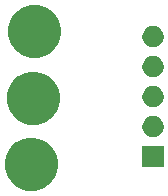
<source format=gbs>
G04 #@! TF.GenerationSoftware,KiCad,Pcbnew,(5.1.5)-3*
G04 #@! TF.CreationDate,2020-05-09T18:25:30-04:00*
G04 #@! TF.ProjectId,motor_arm,6d6f746f-725f-4617-926d-2e6b69636164,rev?*
G04 #@! TF.SameCoordinates,Original*
G04 #@! TF.FileFunction,Soldermask,Bot*
G04 #@! TF.FilePolarity,Negative*
%FSLAX46Y46*%
G04 Gerber Fmt 4.6, Leading zero omitted, Abs format (unit mm)*
G04 Created by KiCad (PCBNEW (5.1.5)-3) date 2020-05-09 18:25:30*
%MOMM*%
%LPD*%
G04 APERTURE LIST*
%ADD10C,0.100000*%
G04 APERTURE END LIST*
D10*
G36*
X48235880Y-69579776D02*
G01*
X48616593Y-69655504D01*
X49026249Y-69825189D01*
X49394929Y-70071534D01*
X49708466Y-70385071D01*
X49954811Y-70753751D01*
X50124496Y-71163407D01*
X50211000Y-71598296D01*
X50211000Y-72041704D01*
X50124496Y-72476593D01*
X49954811Y-72886249D01*
X49708466Y-73254929D01*
X49394929Y-73568466D01*
X49026249Y-73814811D01*
X48616593Y-73984496D01*
X48235880Y-74060224D01*
X48181705Y-74071000D01*
X47738295Y-74071000D01*
X47684120Y-74060224D01*
X47303407Y-73984496D01*
X46893751Y-73814811D01*
X46525071Y-73568466D01*
X46211534Y-73254929D01*
X45965189Y-72886249D01*
X45795504Y-72476593D01*
X45709000Y-72041704D01*
X45709000Y-71598296D01*
X45795504Y-71163407D01*
X45965189Y-70753751D01*
X46211534Y-70385071D01*
X46525071Y-70071534D01*
X46893751Y-69825189D01*
X47303407Y-69655504D01*
X47684120Y-69579776D01*
X47738295Y-69569000D01*
X48181705Y-69569000D01*
X48235880Y-69579776D01*
G37*
G36*
X59181000Y-72091000D02*
G01*
X57379000Y-72091000D01*
X57379000Y-70289000D01*
X59181000Y-70289000D01*
X59181000Y-72091000D01*
G37*
G36*
X58384261Y-67752087D02*
G01*
X58542812Y-67783624D01*
X58706784Y-67851544D01*
X58854354Y-67950147D01*
X58979853Y-68075646D01*
X59078456Y-68223216D01*
X59146376Y-68387188D01*
X59181000Y-68561259D01*
X59181000Y-68738741D01*
X59146376Y-68912812D01*
X59078456Y-69076784D01*
X58979853Y-69224354D01*
X58854354Y-69349853D01*
X58706784Y-69448456D01*
X58542812Y-69516376D01*
X58393512Y-69546073D01*
X58368742Y-69551000D01*
X58191258Y-69551000D01*
X58166488Y-69546073D01*
X58017188Y-69516376D01*
X57853216Y-69448456D01*
X57705646Y-69349853D01*
X57580147Y-69224354D01*
X57481544Y-69076784D01*
X57413624Y-68912812D01*
X57379000Y-68738741D01*
X57379000Y-68561259D01*
X57413624Y-68387188D01*
X57481544Y-68223216D01*
X57580147Y-68075646D01*
X57705646Y-67950147D01*
X57853216Y-67851544D01*
X58017188Y-67783624D01*
X58175739Y-67752087D01*
X58191258Y-67749000D01*
X58368742Y-67749000D01*
X58384261Y-67752087D01*
G37*
G36*
X48405880Y-63989776D02*
G01*
X48786593Y-64065504D01*
X49196249Y-64235189D01*
X49564929Y-64481534D01*
X49878466Y-64795071D01*
X50124811Y-65163751D01*
X50294496Y-65573407D01*
X50381000Y-66008296D01*
X50381000Y-66451704D01*
X50294496Y-66886593D01*
X50124811Y-67296249D01*
X49878466Y-67664929D01*
X49564929Y-67978466D01*
X49196249Y-68224811D01*
X48786593Y-68394496D01*
X48405880Y-68470224D01*
X48351705Y-68481000D01*
X47908295Y-68481000D01*
X47854120Y-68470224D01*
X47473407Y-68394496D01*
X47063751Y-68224811D01*
X46695071Y-67978466D01*
X46381534Y-67664929D01*
X46135189Y-67296249D01*
X45965504Y-66886593D01*
X45879000Y-66451704D01*
X45879000Y-66008296D01*
X45965504Y-65573407D01*
X46135189Y-65163751D01*
X46381534Y-64795071D01*
X46695071Y-64481534D01*
X47063751Y-64235189D01*
X47473407Y-64065504D01*
X47854120Y-63989776D01*
X47908295Y-63979000D01*
X48351705Y-63979000D01*
X48405880Y-63989776D01*
G37*
G36*
X58393512Y-65213927D02*
G01*
X58542812Y-65243624D01*
X58706784Y-65311544D01*
X58854354Y-65410147D01*
X58979853Y-65535646D01*
X59078456Y-65683216D01*
X59146376Y-65847188D01*
X59181000Y-66021259D01*
X59181000Y-66198741D01*
X59146376Y-66372812D01*
X59078456Y-66536784D01*
X58979853Y-66684354D01*
X58854354Y-66809853D01*
X58706784Y-66908456D01*
X58542812Y-66976376D01*
X58393512Y-67006073D01*
X58368742Y-67011000D01*
X58191258Y-67011000D01*
X58166488Y-67006073D01*
X58017188Y-66976376D01*
X57853216Y-66908456D01*
X57705646Y-66809853D01*
X57580147Y-66684354D01*
X57481544Y-66536784D01*
X57413624Y-66372812D01*
X57379000Y-66198741D01*
X57379000Y-66021259D01*
X57413624Y-65847188D01*
X57481544Y-65683216D01*
X57580147Y-65535646D01*
X57705646Y-65410147D01*
X57853216Y-65311544D01*
X58017188Y-65243624D01*
X58166488Y-65213927D01*
X58191258Y-65209000D01*
X58368742Y-65209000D01*
X58393512Y-65213927D01*
G37*
G36*
X58393512Y-62673927D02*
G01*
X58542812Y-62703624D01*
X58706784Y-62771544D01*
X58854354Y-62870147D01*
X58979853Y-62995646D01*
X59078456Y-63143216D01*
X59146376Y-63307188D01*
X59181000Y-63481259D01*
X59181000Y-63658741D01*
X59146376Y-63832812D01*
X59078456Y-63996784D01*
X58979853Y-64144354D01*
X58854354Y-64269853D01*
X58706784Y-64368456D01*
X58542812Y-64436376D01*
X58393512Y-64466073D01*
X58368742Y-64471000D01*
X58191258Y-64471000D01*
X58166488Y-64466073D01*
X58017188Y-64436376D01*
X57853216Y-64368456D01*
X57705646Y-64269853D01*
X57580147Y-64144354D01*
X57481544Y-63996784D01*
X57413624Y-63832812D01*
X57379000Y-63658741D01*
X57379000Y-63481259D01*
X57413624Y-63307188D01*
X57481544Y-63143216D01*
X57580147Y-62995646D01*
X57705646Y-62870147D01*
X57853216Y-62771544D01*
X58017188Y-62703624D01*
X58166488Y-62673927D01*
X58191258Y-62669000D01*
X58368742Y-62669000D01*
X58393512Y-62673927D01*
G37*
G36*
X48535880Y-58339776D02*
G01*
X48916593Y-58415504D01*
X49326249Y-58585189D01*
X49694929Y-58831534D01*
X50008466Y-59145071D01*
X50254811Y-59513751D01*
X50424496Y-59923407D01*
X50511000Y-60358296D01*
X50511000Y-60801704D01*
X50424496Y-61236593D01*
X50254811Y-61646249D01*
X50008466Y-62014929D01*
X49694929Y-62328466D01*
X49326249Y-62574811D01*
X48916593Y-62744496D01*
X48535880Y-62820224D01*
X48481705Y-62831000D01*
X48038295Y-62831000D01*
X47984120Y-62820224D01*
X47603407Y-62744496D01*
X47193751Y-62574811D01*
X46825071Y-62328466D01*
X46511534Y-62014929D01*
X46265189Y-61646249D01*
X46095504Y-61236593D01*
X46009000Y-60801704D01*
X46009000Y-60358296D01*
X46095504Y-59923407D01*
X46265189Y-59513751D01*
X46511534Y-59145071D01*
X46825071Y-58831534D01*
X47193751Y-58585189D01*
X47603407Y-58415504D01*
X47984120Y-58339776D01*
X48038295Y-58329000D01*
X48481705Y-58329000D01*
X48535880Y-58339776D01*
G37*
G36*
X58393512Y-60133927D02*
G01*
X58542812Y-60163624D01*
X58706784Y-60231544D01*
X58854354Y-60330147D01*
X58979853Y-60455646D01*
X59078456Y-60603216D01*
X59146376Y-60767188D01*
X59181000Y-60941259D01*
X59181000Y-61118741D01*
X59146376Y-61292812D01*
X59078456Y-61456784D01*
X58979853Y-61604354D01*
X58854354Y-61729853D01*
X58706784Y-61828456D01*
X58542812Y-61896376D01*
X58393512Y-61926073D01*
X58368742Y-61931000D01*
X58191258Y-61931000D01*
X58166488Y-61926073D01*
X58017188Y-61896376D01*
X57853216Y-61828456D01*
X57705646Y-61729853D01*
X57580147Y-61604354D01*
X57481544Y-61456784D01*
X57413624Y-61292812D01*
X57379000Y-61118741D01*
X57379000Y-60941259D01*
X57413624Y-60767188D01*
X57481544Y-60603216D01*
X57580147Y-60455646D01*
X57705646Y-60330147D01*
X57853216Y-60231544D01*
X58017188Y-60163624D01*
X58166488Y-60133927D01*
X58191258Y-60129000D01*
X58368742Y-60129000D01*
X58393512Y-60133927D01*
G37*
M02*

</source>
